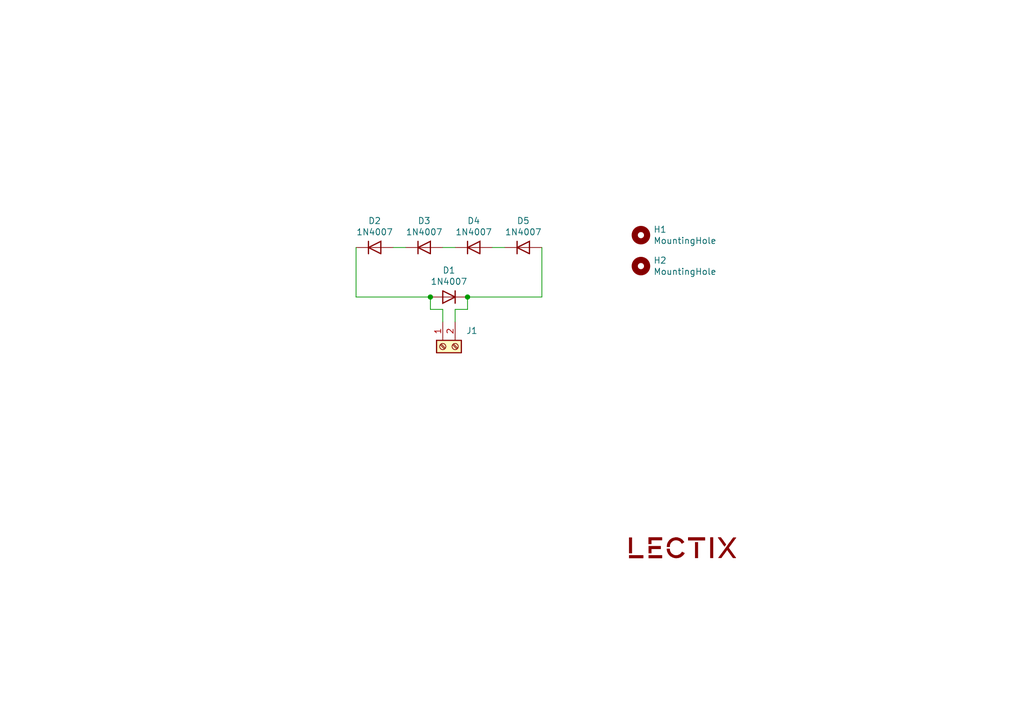
<source format=kicad_sch>
(kicad_sch (version 20211123) (generator eeschema)
  (paper "A5")
  (title_block (title "LEC001020-Module-de-freinage-DCC-1A") (date "2023-03-26") (rev "1.0") (company "LECTIX") (comment 1 "CERN-OHL-S-2.0 license"))
  (lib_symbols
    (symbol "0_connectors:Screw_Terminal_01x02_blue" (pin_names (offset 1.016) hide)
      (property "Reference" "J" (at 0 2.54 0))
      (symbol "Screw_Terminal_01x02_blue_1_1"
        (rectangle (start -1.27 1.27) (end 1.27 -3.81) (stroke (width 0.254)) (fill (type background)))
        (circle (center 0 -2.54) (radius 0.635) (stroke (width 0.1524)))
        (polyline (pts (xy -0.5334 -2.2098) (xy 0.3302 -3.048)) (stroke (width 0.1524)))
        (polyline (pts (xy -0.5334 0.3302) (xy 0.3302 -0.508)) (stroke (width 0.1524)))
        (polyline (pts (xy -0.3556 -2.032) (xy 0.508 -2.8702)) (stroke (width 0.1524)))
        (polyline (pts (xy -0.3556 0.508) (xy 0.508 -0.3302)) (stroke (width 0.1524)))
        (circle (center 0 0) (radius 0.635) (stroke (width 0.1524)))
        (pin passive line (at -5.08 0 0) (length 3.81) (name "Pin_1") (number "1"))
        (pin passive line (at -5.08 -2.54 0) (length 3.81) (name "Pin_2") (number "2"))
      )
    )
    (symbol "0_logos:logo_lectix_25mm" (pin_names (offset 1.016))
      (symbol "logo_lectix_25mm_0_0"
        (polyline (pts (xy -10.1092 2.0574) (xy -10.668 2.0574) (xy -10.668 -1.1176) (xy -10.1092 -1.1176) (xy -10.1092 2.0574)) (stroke (width 0.0254)) (fill (type outline)))
        (polyline (pts (xy -7.7978 -1.5748) (xy -10.668 -1.5748) (xy -10.668 -2.1336) (xy -7.7978 -2.1336) (xy -7.7978 -1.5748)) (stroke (width 0.0254)) (fill (type outline)))
        (polyline (pts (xy -3.937 -1.5748) (xy -6.6548 -1.5748) (xy -6.6548 -2.1336) (xy -3.937 -2.1336) (xy -3.937 -1.5748)) (stroke (width 0.0254)) (fill (type outline)))
        (polyline (pts (xy 3.429 1.0922) (xy 2.8702 1.0922) (xy 2.8702 -2.1082) (xy 3.429 -2.1082) (xy 3.429 1.0922)) (stroke (width 0.0254)) (fill (type outline)))
        (polyline (pts (xy 4.8768 2.0828) (xy 1.4478 2.0828) (xy 1.4478 1.524) (xy 4.8768 1.524) (xy 4.8768 2.0828)) (stroke (width 0.0254)) (fill (type outline)))
        (polyline (pts (xy 6.5278 2.0828) (xy 5.9944 2.0828) (xy 5.9944 -2.1082) (xy 6.5278 -2.1082) (xy 6.5278 2.0828)) (stroke (width 0.0254)) (fill (type outline)))
        (polyline (pts (xy -6.1214 -0.254) (xy -4.2164 -0.254) (xy -4.2164 0.3048) (xy -6.6548 0.3048) (xy -6.6548 -1.1176) (xy -6.1214 -1.1176) (xy -6.1214 -0.254)) (stroke (width 0.0254)) (fill (type outline)))
        (polyline (pts (xy -6.1214 1.5494) (xy -3.937 1.5494) (xy -3.937 2.0828) (xy -6.6802 2.0828) (xy -6.6802 0.762) (xy -6.1214 0.762) (xy -6.1214 1.5494)) (stroke (width 0.0254)) (fill (type outline)))
        (polyline (pts (xy 8.9916 0.381) (xy 9.017 0.4318) (xy 9.0424 0.4572) (xy 9.0678 0.508) (xy 9.0932 0.5334) (xy 9.1186 0.5842) (xy 9.144 0.6096) (xy 9.144 0.635) (xy 9.1694 0.635) (xy 9.1694 0.6604) (xy 9.1186 0.7112) (xy 9.0678 0.8128) (xy 9.017 0.8636) (xy 8.9916 0.9144) (xy 8.9408 0.9906) (xy 8.89 1.0414) (xy 8.8392 1.1176) (xy 8.763 1.1938) (xy 8.7122 1.2954) (xy 8.6614 1.3716) (xy 8.128 2.0828) (xy 7.5692 2.0828) (xy 7.5692 2.0574) (xy 7.5946 2.0574) (xy 7.5946 2.032) (xy 7.6454 1.9812) (xy 7.6708 1.9304) (xy 7.7216 1.8796) (xy 7.747 1.8034) (xy 7.7978 1.7526) (xy 7.8994 1.6002) (xy 7.9756 1.524) (xy 8.0264 1.4478) (xy 8.1026 1.3462) (xy 8.1534 1.2446) (xy 8.2296 1.1684) (xy 8.255 1.1176) (xy 8.3312 1.0414) (xy 8.382 0.9398) (xy 8.4582 0.8636) (xy 8.509 0.762) (xy 8.5598 0.6858) (xy 8.6868 0.5588) (xy 8.7122 0.4826) (xy 8.763 0.4318) (xy 8.7884 0.381) (xy 8.8392 0.3556) (xy 8.8646 0.3048) (xy 8.8646 0.2794) (xy 8.89 0.2794) (xy 8.9916 0.381)) (stroke (width 0.0254)) (fill (type outline)))
        (polyline (pts (xy -2.3622 0.2794) (xy -2.3368 0.381) (xy -2.3368 0.508) (xy -2.3114 0.6096) (xy -2.286 0.6858) (xy -2.2352 0.8128) (xy -2.1844 0.9144) (xy -2.032 1.1176) (xy -1.9304 1.1938) (xy -1.8542 1.2954) (xy -1.7526 1.3462) (xy -1.6256 1.4224) (xy -1.524 1.4732) (xy -1.397 1.524) (xy -1.27 1.5494) (xy -0.8636 1.5494) (xy -0.762 1.524) (xy -0.635 1.4986) (xy -0.5334 1.4478) (xy -0.4064 1.397) (xy -0.3048 1.3462) (xy -0.2032 1.27) (xy -0.0508 1.1176) (xy 0.0508 0.9652) (xy 0.1016 0.9144) (xy 0.1016 0.889) (xy 0.127 0.8636) (xy 0.1778 0.8636) (xy 0.2286 0.9144) (xy 0.2794 0.9398) (xy 0.3048 0.9652) (xy 0.4064 1.016) (xy 0.4318 1.0414) (xy 0.4826 1.0668) (xy 0.5334 1.1176) (xy 0.5588 1.1176) (xy 0.5842 1.143) (xy 0.5842 1.1684) (xy 0.5588 1.1938) (xy 0.5588 1.2192) (xy 0.5334 1.2192) (xy 0.4572 1.3462) (xy 0.3556 1.4478) (xy 0.254 1.5748) (xy 0.1524 1.6764) (xy -0.2286 1.905) (xy -0.5334 2.0066) (xy -0.6604 2.0574) (xy -0.8128 2.0828) (xy -1.27 2.0828) (xy -1.3208 2.0574) (xy -1.4478 2.032) (xy -1.6002 2.0066) (xy -1.7272 1.9558) (xy -1.8034 1.9304) (xy -1.9558 1.8542) (xy -2.0828 1.778) (xy -2.1844 1.7018) (xy -2.3114 1.6002) (xy -2.413 1.4986) (xy -2.5146 1.3716) (xy -2.5908 1.27) (xy -2.7432 1.016) (xy -2.794 0.8636) (xy -2.8448 0.7366) (xy -2.8702 0.5842) (xy -2.8956 0.4572) (xy -2.8956 0.3048) (xy -2.921 0.1778) (xy -2.3622 0.1778) (xy -2.3622 0.2794)) (stroke (width 0.0254)) (fill (type outline)))
        (polyline (pts (xy -0.8636 -2.1082) (xy -0.6604 -2.1082) (xy -0.6096 -2.0828) (xy -0.4826 -2.0574) (xy -0.1778 -1.9558) (xy 0.0762 -1.8034) (xy 0.2032 -1.7018) (xy 0.3048 -1.6002) (xy 0.4318 -1.4986) (xy 0.5334 -1.3716) (xy 0.6096 -1.2446) (xy 0.635 -1.1938) (xy 0.6858 -1.143) (xy 0.6604 -1.1176) (xy 0.635 -1.1176) (xy 0.6096 -1.0922) (xy 0.5842 -1.0922) (xy 0.5588 -1.0668) (xy 0.3556 -0.9652) (xy 0.3302 -0.9398) (xy 0.2794 -0.9398) (xy 0.254 -0.9144) (xy 0.2032 -0.889) (xy 0.1778 -0.889) (xy 0.1778 -0.8636) (xy 0.1524 -0.889) (xy 0.1524 -0.9144) (xy 0.127 -0.9652) (xy -0.0254 -1.1684) (xy -0.3302 -1.397) (xy -0.4318 -1.4478) (xy -0.6858 -1.5494) (xy -0.7874 -1.5748) (xy -0.8382 -1.5748) (xy -0.9144 -1.6002) (xy -1.1684 -1.6002) (xy -1.27 -1.5748) (xy -1.397 -1.5494) (xy -1.651 -1.4478) (xy -1.7526 -1.3716) (xy -1.8542 -1.3208) (xy -1.8542 -1.2954) (xy -1.9558 -1.2192) (xy -2.0574 -1.1176) (xy -2.1336 -1.016) (xy -2.1844 -0.9144) (xy -2.2606 -0.8128) (xy -2.286 -0.6858) (xy -2.3368 -0.5588) (xy -2.3622 -0.4572) (xy -2.3622 -0.254) (xy -2.921 -0.254) (xy -2.921 -0.4318) (xy -2.8956 -0.4572) (xy -2.8956 -0.6096) (xy -2.8448 -0.762) (xy -2.794 -0.889) (xy -2.7432 -1.0414) (xy -2.5908 -1.2954) (xy -2.3876 -1.5494) (xy -2.3368 -1.5748) (xy -2.286 -1.651) (xy -2.2098 -1.7018) (xy -2.159 -1.7526) (xy -2.0828 -1.8034) (xy -2.0574 -1.8034) (xy -1.8034 -1.9558) (xy -1.651 -2.0066) (xy -1.524 -2.0574) (xy -1.3716 -2.0828) (xy -1.2446 -2.1082) (xy -1.1938 -2.1082) (xy -1.1684 -2.1336) (xy -0.9144 -2.1336) (xy -0.8636 -2.1082)) (stroke (width 0.0254)) (fill (type outline)))
        (polyline (pts (xy 11.2014 -2.0574) (xy 11.1506 -2.0066) (xy 11.1252 -1.9558) (xy 11.0236 -1.8542) (xy 10.8204 -1.5494) (xy 10.7442 -1.4478) (xy 10.6934 -1.3716) (xy 10.4648 -1.0668) (xy 10.4394 -1.016) (xy 10.287 -0.8128) (xy 10.2362 -0.7366) (xy 10.16 -0.635) (xy 10.1092 -0.5588) (xy 10.033 -0.4826) (xy 9.8806 -0.254) (xy 9.8552 -0.2032) (xy 9.8044 -0.1524) (xy 9.779 -0.1016) (xy 9.7536 -0.0762) (xy 9.7536 -0.0508) (xy 9.7282 -0.0508) (xy 9.7282 -0.0254) (xy 9.779 0.0254) (xy 9.8044 0.0762) (xy 9.8298 0.1016) (xy 9.8806 0.1778) (xy 9.906 0.2286) (xy 9.9568 0.3048) (xy 10.033 0.381) (xy 10.1346 0.5334) (xy 10.2108 0.6096) (xy 10.2616 0.7112) (xy 10.4902 1.016) (xy 11.2522 2.0574) (xy 10.668 2.0574) (xy 10.668 2.032) (xy 10.6426 2.0066) (xy 10.5918 1.905) (xy 10.4902 1.8034) (xy 10.3886 1.651) (xy 10.3124 1.5748) (xy 10.2616 1.4732) (xy 10.033 1.1684) (xy 9.9314 1.0414) (xy 9.8552 0.9398) (xy 9.7536 0.8128) (xy 9.6774 0.6858) (xy 9.5758 0.5334) (xy 9.4742 0.4064) (xy 9.3726 0.254) (xy 9.271 0.127) (xy 9.1694 -0.0254) (xy 7.6454 -2.0828) (xy 8.2296 -2.0828) (xy 8.255 -2.0574) (xy 8.255 -2.032) (xy 8.3058 -1.9812) (xy 8.3312 -1.9304) (xy 8.382 -1.8796) (xy 8.4074 -1.8288) (xy 8.5598 -1.6002) (xy 8.636 -1.524) (xy 8.6868 -1.4478) (xy 8.763 -1.3462) (xy 8.8392 -1.27) (xy 8.89 -1.1938) (xy 8.9408 -1.0922) (xy 9.017 -1.016) (xy 9.2202 -0.7112) (xy 9.3218 -0.6096) (xy 9.3726 -0.508) (xy 9.4234 -0.4572) (xy 9.4234 -0.4318) (xy 9.4488 -0.4318) (xy 9.4488 -0.4572) (xy 9.525 -0.5334) (xy 9.5504 -0.5842) (xy 9.6012 -0.635) (xy 9.6266 -0.7112) (xy 9.6774 -0.762) (xy 9.779 -0.9144) (xy 9.8552 -0.9906) (xy 9.906 -1.0922) (xy 9.9822 -1.1684) (xy 10.033 -1.27) (xy 10.6426 -2.1082) (xy 11.2014 -2.1082) (xy 11.2014 -2.0574)) (stroke (width 0.0254)) (fill (type outline)))
      )
    )
    (symbol "Diode:1N4007" (pin_numbers hide) (pin_names (offset 1.016) hide)
      (property "Reference" "D" (at 0 2.54 0))
      (property "Value" "1N4007" (at 0 -2.54 0))
      (symbol "1N4007_0_1"
        (polyline (pts (xy -1.27 1.27) (xy -1.27 -1.27)) (stroke (width 0.254)))
        (polyline (pts (xy 1.27 0) (xy -1.27 0)))
        (polyline (pts (xy 1.27 1.27) (xy 1.27 -1.27) (xy -1.27 0) (xy 1.27 1.27)) (stroke (width 0.254)))
      )
      (symbol "1N4007_1_1"
        (pin passive line (at -3.81 0 0) (length 2.54) (name "K") (number "1"))
        (pin passive line (at 3.81 0 180) (length 2.54) (name "A") (number "2"))
      )
    )
    (symbol "Mechanical:MountingHole" (pin_names (offset 1.016))
      (property "Reference" "H" (at 0 5.08 0))
      (property "Value" "MountingHole" (at 0 3.175 0))
      (symbol "MountingHole_0_1"
        (circle (center 0 0) (radius 1.27) (stroke (width 1.27)))
      )
    )
  )
  (junction (at 95.885 60.96))
  (junction (at 88.265 60.96))
  (wire (pts (xy 73.025 50.8) (xy 73.025 60.96)))
  (wire (pts (xy 93.345 63.5) (xy 95.885 63.5)))
  (wire (pts (xy 90.805 63.5) (xy 88.265 63.5)))
  (wire (pts (xy 111.125 60.96) (xy 111.125 50.8)))
  (wire (pts (xy 93.345 50.8) (xy 90.805 50.8)))
  (wire (pts (xy 103.505 50.8) (xy 100.965 50.8)))
  (wire (pts (xy 90.805 66.04) (xy 90.805 63.5)))
  (wire (pts (xy 73.025 60.96) (xy 88.265 60.96)))
  (wire (pts (xy 83.185 50.8) (xy 80.645 50.8)))
  (wire (pts (xy 95.885 63.5) (xy 95.885 60.96)))
  (wire (pts (xy 93.345 66.04) (xy 93.345 63.5)))
  (wire (pts (xy 88.265 63.5) (xy 88.265 60.96)))
  (wire (pts (xy 95.885 60.96) (xy 111.125 60.96)))
  (symbol (lib_id "Diode:1N4007") (at 92.075 60.96 180) (unit 1)
    (property "Reference" "D1" (at 92.075 55.4736 0))
    (property "Value" "1N4007" (at 92.075 57.785 0))
    (property "Footprint" "Diode_SMD:D_SMA" (effects hide))
    (property "Datasheet" "http://www.vishay.com/docs/88503/1n4001.pdf" (effects hide))
    (property "LCSC" "C95872" (effects hide))
  )
  (symbol (lib_id "Diode:1N4007") (at 76.835 50.8 0) (unit 1)
    (property "Reference" "D2" (at 76.835 45.3136 0))
    (property "Value" "1N4007" (at 76.835 47.625 0))
    (property "Footprint" "Diode_SMD:D_SMA" (effects hide))
    (property "Datasheet" "http://www.vishay.com/docs/88503/1n4001.pdf" (effects hide))
    (property "LCSC" "C95872" (effects hide))
  )
  (symbol (lib_id "Diode:1N4007") (at 86.995 50.8 0) (unit 1)
    (property "Reference" "D3" (at 86.995 45.3136 0))
    (property "Value" "1N4007" (at 86.995 47.625 0))
    (property "Footprint" "Diode_SMD:D_SMA" (effects hide))
    (property "Datasheet" "http://www.vishay.com/docs/88503/1n4001.pdf" (effects hide))
    (property "LCSC" "C95872" (effects hide))
  )
  (symbol (lib_id "Diode:1N4007") (at 97.155 50.8 0) (unit 1)
    (property "Reference" "D4" (at 97.155 45.3136 0))
    (property "Value" "1N4007" (at 97.155 47.625 0))
    (property "Footprint" "Diode_SMD:D_SMA" (effects hide))
    (property "Datasheet" "http://www.vishay.com/docs/88503/1n4001.pdf" (effects hide))
    (property "LCSC" "C95872" (effects hide))
  )
  (symbol (lib_id "Diode:1N4007") (at 107.315 50.8 0) (unit 1)
    (property "Reference" "D5" (at 107.315 45.3136 0))
    (property "Value" "1N4007" (at 107.315 47.625 0))
    (property "Footprint" "Diode_SMD:D_SMA" (effects hide))
    (property "Datasheet" "http://www.vishay.com/docs/88503/1n4001.pdf" (effects hide))
    (property "LCSC" "C95872" (effects hide))
  )
  (symbol (lib_id "Mechanical:MountingHole") (at 131.445 48.26 0) (unit 1)
    (property "Reference" "H1" (at 133.985 47.0916 0) (effects (justify left)))
    (property "Value" "MountingHole" (at 133.985 49.403 0) (effects (justify left)))
    (property "Footprint" "0_mechanical:MountingHole_3.2mm_M3" (effects hide))
  )
  (symbol (lib_id "Mechanical:MountingHole") (at 131.445 54.61 0) (unit 1)
    (property "Reference" "H2" (at 133.985 53.4416 0) (effects (justify left)))
    (property "Value" "MountingHole" (at 133.985 55.753 0) (effects (justify left)))
    (property "Footprint" "0_mechanical:MountingHole_3.2mm_M3" (effects hide))
  )
  (symbol (lib_id "0_connectors:Screw_Terminal_01x02_blue") (at 90.805 71.12 90) (mirror x) (unit 1)
    (property "Reference" "J1" (at 95.5802 67.8688 90) (effects (justify right)))
    (property "Value" "Screw_Terminal_01x02_blue" (effects hide))
    (property "Footprint" "0_connectors:TerminalBlock_bornier-2_P5.08mm-blue" (effects hide))
    (property "Datasheet" "https://datasheet.lcsc.com/szlcsc/1912111437_DIBO-DB301V-5-0-2P-BU-S_C395882.pdf" (effects hide))
    (property "LCSC" "C430621" (effects hide))
    (property "MPN" "DB301V-5.0-2P-BU-P" (effects hide))
    (property "Supplier" "LCSC" (effects hide))
    (property "Mfr" "DIBO" (effects hide))
    (property "JLCPCB_CORRECTION" "2.54;0;180" (effects hide))
  )
  (symbol (lib_id "0_logos:logo_lectix_25mm") (at 139.7 112.395 0) (unit 1)
    (property "Reference" "LOGO1" (effects hide))
    (property "Value" "logo_lectix_25mm" (effects hide))
    (property "Footprint" "0_logos:Logo_10mm" (effects hide))
  )
)
</source>
